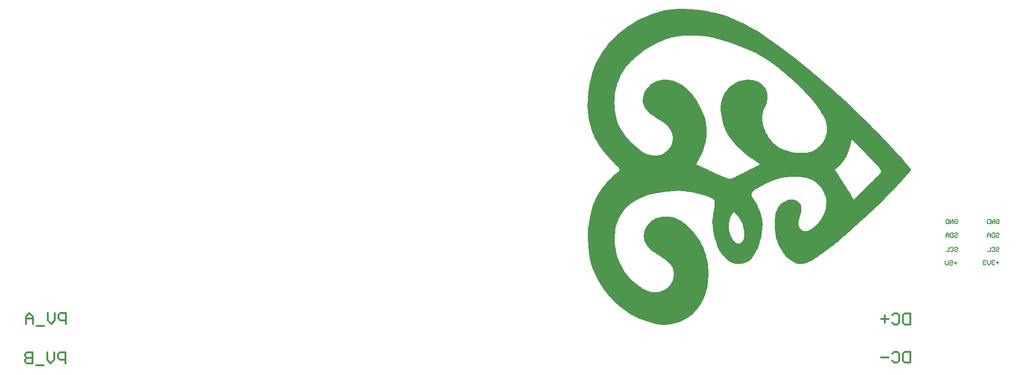
<source format=gbo>
G04*
G04 #@! TF.GenerationSoftware,Altium Limited,Altium Designer,18.1.7 (191)*
G04*
G04 Layer_Color=32896*
%FSLAX44Y44*%
%MOMM*%
G71*
G01*
G75*
%ADD17C,0.1800*%
%ADD76C,0.3000*%
G36*
X1734192Y853407D02*
X1747154Y852111D01*
X1759468Y850491D01*
X1764977Y849519D01*
X1770486Y848223D01*
X1775347Y847250D01*
X1779883Y846278D01*
X1783772Y845306D01*
X1787012Y844334D01*
X1789929Y843686D01*
X1791873Y843038D01*
X1793170Y842714D01*
X1793494D01*
X1804836Y838501D01*
X1815529Y833964D01*
X1825251Y829427D01*
X1829788Y827483D01*
X1834000Y825215D01*
X1837889Y823270D01*
X1841454Y821326D01*
X1844370Y819706D01*
X1846962Y818410D01*
X1848907Y817113D01*
X1850527Y816141D01*
X1851499Y815817D01*
X1851823Y815493D01*
X1861869Y809012D01*
X1871590Y802531D01*
X1880340Y796374D01*
X1888441Y790865D01*
X1892006Y788273D01*
X1895246Y786004D01*
X1897839Y784060D01*
X1900107Y782116D01*
X1902051Y780819D01*
X1903348Y779847D01*
X1904320Y779199D01*
X1904644Y778875D01*
X1924087Y763969D01*
X1933485Y756516D01*
X1942558Y749062D01*
X1951308Y741933D01*
X1959409Y734804D01*
X1967510Y728323D01*
X1974639Y722166D01*
X1981444Y716333D01*
X1987601Y711148D01*
X1992786Y706287D01*
X1997323Y702399D01*
X2000888Y699158D01*
X2003480Y696890D01*
X2005100Y695593D01*
X2005748Y694945D01*
X2023571Y678419D01*
X2040746Y661892D01*
X2048848Y654115D01*
X2056625Y646337D01*
X2063754Y639208D01*
X2070559Y632403D01*
X2077040Y626246D01*
X2082549Y620413D01*
X2087410Y615228D01*
X2091622Y611016D01*
X2094863Y607775D01*
X2097455Y605183D01*
X2098752Y603562D01*
X2099400Y602914D01*
X2106205Y595137D01*
X2109445Y591572D01*
X2112362Y588332D01*
X2114954Y585739D01*
X2116899Y583795D01*
X2118195Y582175D01*
X2118519Y581851D01*
X2125000Y574073D01*
X2127917Y570185D01*
X2130509Y566944D01*
X2132777Y564028D01*
X2134722Y562084D01*
X2136018Y560463D01*
X2136342Y560139D01*
X2135370Y558519D01*
X2134398Y557223D01*
X2134073Y556251D01*
X2133750Y555927D01*
X2133101Y554954D01*
X2132453Y553982D01*
X2131805Y553658D01*
X2131481Y553334D01*
X2121111Y541668D01*
X2110742Y530326D01*
X2101020Y519957D01*
X2096159Y515420D01*
X2091947Y510883D01*
X2088058Y506995D01*
X2084493Y503430D01*
X2081253Y500189D01*
X2078660Y497597D01*
X2076392Y495329D01*
X2074772Y493708D01*
X2073800Y492736D01*
X2073476Y492412D01*
X2062134Y481718D01*
X2050792Y471349D01*
X2040422Y461627D01*
X2035561Y457414D01*
X2031025Y453202D01*
X2026812Y449637D01*
X2022923Y446073D01*
X2019683Y443156D01*
X2016766Y440564D01*
X2014498Y438619D01*
X2012554Y437323D01*
X2011581Y436351D01*
X2011257Y436027D01*
X2006397Y431814D01*
X2001536Y427602D01*
X1996999Y424037D01*
X1993110Y420796D01*
X1989546Y418204D01*
X1986953Y415936D01*
X1985333Y414639D01*
X1984685Y414315D01*
X1979500Y410427D01*
X1974639Y406862D01*
X1969779Y403298D01*
X1965566Y400381D01*
X1962001Y398113D01*
X1959085Y396168D01*
X1957464Y394872D01*
X1956816Y394548D01*
X1951308Y391307D01*
X1946447Y389363D01*
X1941586Y388067D01*
X1937697Y387419D01*
X1934457Y387095D01*
X1931864Y387419D01*
X1930568Y387743D01*
X1929920D01*
X1925059Y389363D01*
X1920522Y391632D01*
X1916310Y394224D01*
X1912745Y397141D01*
X1909505Y399733D01*
X1907236Y402001D01*
X1905940Y403621D01*
X1905292Y404270D01*
X1901079Y410103D01*
X1897515Y415936D01*
X1894598Y421768D01*
X1892330Y426953D01*
X1891034Y431490D01*
X1889737Y434731D01*
X1889413Y436027D01*
Y436999D01*
X1889089Y437647D01*
Y437971D01*
X1888117Y444776D01*
X1887469Y451581D01*
Y463895D01*
X1887793Y469080D01*
Y471025D01*
X1888117Y472969D01*
Y474265D01*
X1888441Y475237D01*
Y476209D01*
X1889737Y482042D01*
X1890710Y484635D01*
X1891682Y486903D01*
X1892654Y488848D01*
X1893302Y490468D01*
X1893626Y491440D01*
X1893950Y491764D01*
X1895894Y494356D01*
X1898163Y496625D01*
X1900431Y498569D01*
X1902699Y499865D01*
X1904644Y501161D01*
X1906264Y501810D01*
X1907236Y502134D01*
X1907560Y502458D01*
X1911449Y504078D01*
X1915014Y505050D01*
X1916634D01*
X1917930Y505374D01*
X1918578D01*
X1918902D01*
X1921171Y505050D01*
X1923439Y504726D01*
X1927003Y503106D01*
X1928624Y502458D01*
X1929596Y501810D01*
X1930244Y501486D01*
X1930568Y501161D01*
X1932512Y499541D01*
X1933809Y497921D01*
X1934781Y496301D01*
X1935429Y495005D01*
X1935753Y493708D01*
X1936077Y492736D01*
Y483987D01*
X1935753Y482366D01*
Y481070D01*
X1935429Y480422D01*
Y480098D01*
X1934133Y477182D01*
X1933485Y474265D01*
X1932836Y471997D01*
X1932512Y471673D01*
Y471349D01*
X1931864Y467784D01*
X1931216Y464868D01*
Y459035D01*
X1931864Y456442D01*
X1932512Y454498D01*
X1933809Y452554D01*
X1934781Y451257D01*
X1935753Y450285D01*
X1936401Y449961D01*
X1936725Y449637D01*
X1938669Y448665D01*
X1940938Y448017D01*
X1943206D01*
X1945475D01*
X1947419Y448341D01*
X1949039Y448665D01*
X1950011Y448989D01*
X1950335D01*
X1955196Y451581D01*
X1959409Y454822D01*
X1963297Y458386D01*
X1966862Y462275D01*
X1969454Y465840D01*
X1971723Y468756D01*
X1973019Y470700D01*
X1973343Y471025D01*
Y471349D01*
X1976584Y477506D01*
X1978852Y483339D01*
X1980472Y488848D01*
X1981120Y493384D01*
X1981445Y497597D01*
Y503106D01*
X1980472Y509263D01*
X1978528Y514772D01*
X1976584Y519633D01*
X1974315Y523845D01*
X1972047Y527086D01*
X1970103Y529678D01*
X1968806Y530974D01*
X1968482Y531623D01*
X1963946Y535511D01*
X1959085Y538752D01*
X1954224Y541344D01*
X1949363Y542964D01*
X1945475Y544585D01*
X1942234Y545233D01*
X1940938Y545557D01*
X1939966Y545881D01*
X1939642D01*
X1939318D01*
X1930568Y546853D01*
X1922143D01*
X1914689Y546529D01*
X1907884Y545881D01*
X1904644Y545557D01*
X1902051Y544909D01*
X1899783Y544585D01*
X1897839Y544261D01*
X1896219Y543937D01*
X1894922Y543613D01*
X1894274Y543288D01*
X1893950D01*
X1885849Y540696D01*
X1878071Y537455D01*
X1870942Y534215D01*
X1864785Y530974D01*
X1859276Y528058D01*
X1857332Y526762D01*
X1855388Y525790D01*
X1853768Y524817D01*
X1852795Y524169D01*
X1852147Y523521D01*
X1851823D01*
X1849879Y521901D01*
X1848259Y520605D01*
X1846962Y518984D01*
X1845990Y518012D01*
X1845342Y516068D01*
X1845018Y515744D01*
Y515420D01*
X1845342Y513800D01*
X1845666Y512179D01*
X1846962Y508939D01*
X1847935Y507318D01*
X1848583Y506346D01*
X1848907Y505698D01*
X1849231Y505374D01*
X1851823Y501161D01*
X1854416Y497273D01*
X1858304Y489172D01*
X1861221Y481718D01*
X1863165Y474913D01*
X1864461Y469404D01*
X1864785Y466812D01*
X1865109Y464868D01*
Y463247D01*
X1865433Y461951D01*
Y460979D01*
X1865109Y452554D01*
X1864137Y444452D01*
X1862841Y436675D01*
X1860897Y429546D01*
X1859924Y426305D01*
X1859276Y423713D01*
X1858304Y421120D01*
X1857656Y418852D01*
X1857008Y417232D01*
X1856360Y415936D01*
X1856036Y415287D01*
Y414963D01*
X1854092Y411075D01*
X1851823Y407510D01*
X1849879Y403946D01*
X1847610Y401029D01*
X1845990Y398761D01*
X1844370Y396816D01*
X1843398Y395520D01*
X1843074Y395196D01*
X1839833Y392604D01*
X1836593Y390659D01*
X1833028Y389039D01*
X1829464Y388067D01*
X1826223Y387419D01*
X1823631Y387095D01*
X1822010D01*
X1821362D01*
X1816825Y387419D01*
X1812937Y388391D01*
X1809372Y389363D01*
X1806456Y390659D01*
X1804187Y392280D01*
X1802243Y393252D01*
X1801271Y394224D01*
X1800947Y394548D01*
X1795114Y401029D01*
X1792522Y403946D01*
X1790577Y406538D01*
X1788633Y408806D01*
X1787337Y410751D01*
X1786364Y412047D01*
X1786040Y412371D01*
X1785716Y413667D01*
X1785392Y413991D01*
Y414315D01*
X1785068Y415287D01*
X1784744Y415611D01*
X1781828Y422093D01*
X1779883Y428574D01*
X1777939Y434731D01*
X1776643Y439916D01*
X1775671Y444452D01*
X1775023Y448017D01*
Y449313D01*
X1774698Y450285D01*
Y450933D01*
X1774050Y457738D01*
X1773726Y464219D01*
X1774050Y470377D01*
X1774698Y475885D01*
X1775347Y480746D01*
X1775671Y482691D01*
X1775995Y484311D01*
X1776319Y485607D01*
Y486579D01*
X1776643Y487227D01*
Y487551D01*
X1777291Y492088D01*
X1777939Y495653D01*
Y500513D01*
X1777615Y502134D01*
Y503106D01*
X1777291Y503430D01*
Y503754D01*
X1775995Y505050D01*
X1774050Y506670D01*
X1771782Y507967D01*
X1769190Y509263D01*
X1766597Y510235D01*
X1764329Y511207D01*
X1763033Y511531D01*
X1762384Y511855D01*
X1752663Y514772D01*
X1743265Y517040D01*
X1734840Y518660D01*
X1726739Y519632D01*
X1723498Y520281D01*
X1720258D01*
X1717665Y520605D01*
X1715397Y520929D01*
X1713452D01*
X1712156D01*
X1711184D01*
X1710860D01*
X1701138Y520605D01*
X1691417Y519957D01*
X1682667Y518660D01*
X1674890Y517364D01*
X1671326Y517040D01*
X1668085Y516392D01*
X1665493Y515744D01*
X1663224Y515096D01*
X1661280Y514772D01*
X1659984Y514448D01*
X1659012Y514124D01*
X1658687D01*
X1652206Y512179D01*
X1646049Y509587D01*
X1640540Y506995D01*
X1635680Y504402D01*
X1631467Y502134D01*
X1628551Y500189D01*
X1626606Y498893D01*
X1625958Y498569D01*
X1620773Y494356D01*
X1616237Y489820D01*
X1612348Y485283D01*
X1609107Y480746D01*
X1606515Y476857D01*
X1604571Y473617D01*
X1603922Y472321D01*
X1603274Y471349D01*
X1602950Y471025D01*
Y470700D01*
X1600358Y464219D01*
X1598414Y457414D01*
X1596793Y450933D01*
X1596145Y444128D01*
X1595497Y437971D01*
Y431490D01*
X1595821Y425657D01*
X1596469Y419824D01*
X1597441Y414639D01*
X1598089Y409779D01*
X1599062Y405566D01*
X1600034Y402001D01*
X1601006Y399085D01*
X1601654Y397140D01*
X1601978Y395520D01*
X1602302Y395196D01*
X1605543Y387743D01*
X1608783Y381262D01*
X1612672Y375105D01*
X1616885Y369272D01*
X1621097Y364087D01*
X1625310Y359550D01*
X1629523Y355662D01*
X1633411Y352097D01*
X1637624Y348857D01*
X1641189Y346264D01*
X1644429Y343996D01*
X1647346Y342051D01*
X1649938Y340755D01*
X1651558Y339783D01*
X1652854Y339459D01*
X1653179Y339135D01*
X1658363Y337191D01*
X1663224Y336218D01*
X1667761Y335894D01*
X1671650D01*
X1675214Y336218D01*
X1677483Y336543D01*
X1679103Y336866D01*
X1679751Y337191D01*
X1684288Y338811D01*
X1688176Y341079D01*
X1691417Y343672D01*
X1694333Y346264D01*
X1696278Y348532D01*
X1697898Y350801D01*
X1698870Y352097D01*
X1699194Y352745D01*
X1701138Y357282D01*
X1702111Y361495D01*
X1702759Y365707D01*
X1703083Y369272D01*
X1702759Y372512D01*
X1702435Y374781D01*
X1702111Y376401D01*
Y377049D01*
X1700166Y381586D01*
X1697574Y385475D01*
X1694657Y389039D01*
X1691741Y391956D01*
X1688824Y394224D01*
X1686556Y395844D01*
X1684936Y397140D01*
X1684288Y397464D01*
X1680075Y400057D01*
X1676510Y402325D01*
X1675214Y403297D01*
X1673918Y404270D01*
X1673270Y404594D01*
X1672946Y404918D01*
X1669057Y407510D01*
X1665817Y409779D01*
X1664520Y410751D01*
X1663548Y411723D01*
X1662900Y412047D01*
X1662576Y412371D01*
X1659660Y414963D01*
X1657391Y417556D01*
X1655123Y420148D01*
X1653503Y422741D01*
X1652206Y424685D01*
X1651234Y426305D01*
X1650910Y427601D01*
X1650586Y427925D01*
X1649290Y431166D01*
X1648642Y434731D01*
X1648318Y437971D01*
X1648642Y441212D01*
Y443804D01*
X1649290Y445748D01*
X1649614Y447045D01*
Y447693D01*
X1651234Y451581D01*
X1653179Y455146D01*
X1655447Y458386D01*
X1657391Y460979D01*
X1659012Y462923D01*
X1660632Y464543D01*
X1661604Y465516D01*
X1661928Y465840D01*
X1665493Y468108D01*
X1669057Y470052D01*
X1672622Y471349D01*
X1676186Y472321D01*
X1679103Y473293D01*
X1681371Y473617D01*
X1682991Y473941D01*
X1683640D01*
X1687852Y474265D01*
X1692065Y473941D01*
X1695954Y473617D01*
X1699194Y472969D01*
X1702111Y472645D01*
X1704055Y471997D01*
X1705351Y471349D01*
X1705999D01*
X1709888Y469728D01*
X1713452Y468108D01*
X1716693Y466164D01*
X1719285Y464219D01*
X1721878Y462275D01*
X1723498Y460979D01*
X1724794Y460007D01*
X1725118Y459683D01*
X1729979Y455146D01*
X1734516Y450933D01*
X1738405Y446396D01*
X1741969Y441860D01*
X1745210Y437323D01*
X1748450Y432786D01*
X1751043Y428574D01*
X1753311Y424685D01*
X1755255Y420796D01*
X1756876Y417556D01*
X1758172Y414315D01*
X1759144Y411723D01*
X1760116Y409779D01*
X1760764Y408158D01*
X1761088Y407186D01*
Y406862D01*
X1762709Y401353D01*
X1764005Y395844D01*
X1765625Y384826D01*
X1766273Y374133D01*
Y364411D01*
X1765949Y359874D01*
X1765625Y355986D01*
X1765301Y352421D01*
X1764977Y349505D01*
Y346912D01*
X1764653Y345292D01*
X1764329Y343996D01*
Y343672D01*
X1762709Y336866D01*
X1760764Y330709D01*
X1758172Y324877D01*
X1755579Y319692D01*
X1752663Y314507D01*
X1749422Y309970D01*
X1746182Y305757D01*
X1743265Y302193D01*
X1740349Y298952D01*
X1737432Y296036D01*
X1734840Y293768D01*
X1732248Y291823D01*
X1730303Y290203D01*
X1729007Y289231D01*
X1728035Y288583D01*
X1727711Y288259D01*
X1720258Y284046D01*
X1712804Y281129D01*
X1705999Y278861D01*
X1699518Y277565D01*
X1694009Y276593D01*
X1691741Y276269D01*
X1689797D01*
X1688500Y275944D01*
X1687204D01*
X1686556D01*
X1686232D01*
X1682343D01*
X1678131Y276593D01*
X1674566Y276917D01*
X1671001Y277565D01*
X1668085Y278213D01*
X1665817Y278861D01*
X1664520Y279185D01*
X1663872Y279509D01*
X1655123Y282101D01*
X1646698Y285018D01*
X1639244Y287934D01*
X1632763Y291175D01*
X1629847Y292471D01*
X1627254Y293768D01*
X1624986Y295064D01*
X1623366Y296036D01*
X1621745Y297008D01*
X1620773Y297656D01*
X1620125Y298304D01*
X1619801D01*
X1612348Y303489D01*
X1605543Y308674D01*
X1599710Y314183D01*
X1594201Y319044D01*
X1589988Y323580D01*
X1586748Y327145D01*
X1585452Y328441D01*
X1584479Y329413D01*
X1584155Y330061D01*
X1583831Y330386D01*
X1576054Y340107D01*
X1569573Y349829D01*
X1564064Y359226D01*
X1559851Y367976D01*
X1558231Y371864D01*
X1556611Y375429D01*
X1555314Y378669D01*
X1554342Y381262D01*
X1553694Y383530D01*
X1553046Y385150D01*
X1552722Y386123D01*
Y386447D01*
X1550130Y397789D01*
X1548185Y409130D01*
X1547213Y420148D01*
X1546889Y425009D01*
X1546565Y429870D01*
Y434082D01*
X1546241Y437971D01*
Y444452D01*
X1546565Y447045D01*
Y450285D01*
X1547861Y460331D01*
X1549482Y469728D01*
X1551102Y478478D01*
X1553370Y485931D01*
X1554342Y489171D01*
X1554991Y492088D01*
X1555963Y494680D01*
X1556611Y496949D01*
X1557259Y498893D01*
X1557907Y500189D01*
X1558231Y500838D01*
Y501161D01*
X1562444Y509911D01*
X1567305Y518336D01*
X1572165Y525466D01*
X1577350Y531947D01*
X1579619Y534863D01*
X1581563Y537131D01*
X1583507Y539400D01*
X1585452Y541344D01*
X1586748Y542640D01*
X1587720Y543613D01*
X1588368Y544261D01*
X1588692Y544585D01*
X1591608Y547501D01*
X1594201Y549770D01*
X1596145Y551390D01*
X1596469Y551714D01*
X1596793Y552038D01*
X1599710Y554306D01*
X1601978Y556575D01*
X1603598Y558195D01*
X1604247Y558519D01*
Y558843D01*
X1603598Y560463D01*
X1602950Y561759D01*
Y562732D01*
X1602302Y563704D01*
X1601978Y564352D01*
X1601654Y565000D01*
X1600034Y566296D01*
X1598414Y567592D01*
X1597117Y568565D01*
X1596793Y568889D01*
X1595173Y570833D01*
X1593877Y572453D01*
X1592581Y573425D01*
X1592257Y573749D01*
X1584479Y581851D01*
X1577674Y589952D01*
X1571841Y597405D01*
X1566980Y604534D01*
X1565036Y607775D01*
X1563416Y610691D01*
X1561796Y613284D01*
X1560499Y615552D01*
X1559527Y617173D01*
X1558879Y618793D01*
X1558231Y619441D01*
Y619765D01*
X1554018Y629487D01*
X1551102Y639208D01*
X1548833Y648606D01*
X1547537Y657031D01*
X1546889Y660920D01*
X1546565Y664484D01*
X1546241Y667725D01*
Y670317D01*
X1545917Y672586D01*
Y675502D01*
X1546241Y688788D01*
X1547213Y701750D01*
X1548185Y707583D01*
X1549158Y713092D01*
X1550130Y718601D01*
X1551102Y723462D01*
X1552074Y727999D01*
X1553370Y731887D01*
X1554342Y735452D01*
X1554990Y738368D01*
X1555963Y740637D01*
X1556287Y742581D01*
X1556935Y743553D01*
Y743877D01*
X1559203Y749710D01*
X1561472Y755543D01*
X1567305Y766237D01*
X1573461Y776283D01*
X1576702Y780495D01*
X1579942Y784708D01*
X1582859Y788597D01*
X1585775Y791837D01*
X1588044Y794754D01*
X1590312Y797346D01*
X1592257Y799290D01*
X1593553Y800587D01*
X1594525Y801559D01*
X1594849Y801883D01*
X1602950Y809336D01*
X1611376Y815817D01*
X1619477Y821974D01*
X1627902Y827159D01*
X1635680Y831696D01*
X1643457Y835909D01*
X1650910Y839149D01*
X1658039Y842066D01*
X1664520Y844658D01*
X1670353Y846602D01*
X1675538Y848223D01*
X1680075Y849519D01*
X1683640Y850491D01*
X1686232Y851139D01*
X1687852Y851463D01*
X1688500D01*
X1694657Y852435D01*
X1700490Y853083D01*
X1705999Y853407D01*
X1710860Y853731D01*
X1715073Y854055D01*
X1717989D01*
X1719285D01*
X1720258D01*
X1720582D01*
X1720906D01*
X1734192Y853407D01*
D02*
G37*
%LPC*%
G36*
X1741969Y805123D02*
X1737756D01*
X1733868D01*
X1730627D01*
X1727711D01*
X1725118D01*
X1722850D01*
X1721554Y804799D01*
X1720582D01*
X1720258D01*
X1709888Y803503D01*
X1699842Y801235D01*
X1690445Y798642D01*
X1686232Y797022D01*
X1682343Y795726D01*
X1678779Y794106D01*
X1675862Y792809D01*
X1672946Y791513D01*
X1670677Y790541D01*
X1668733Y789569D01*
X1667437Y788921D01*
X1666465Y788273D01*
X1666141D01*
X1657067Y783088D01*
X1648966Y777579D01*
X1641837Y772070D01*
X1635356Y767209D01*
X1630495Y762672D01*
X1628226Y760728D01*
X1626606Y759432D01*
X1625310Y758136D01*
X1624338Y756840D01*
X1623690Y756515D01*
X1623366Y756191D01*
X1616885Y748738D01*
X1611376Y740637D01*
X1606839Y732859D01*
X1603598Y725406D01*
X1602302Y722166D01*
X1601006Y718925D01*
X1600034Y716333D01*
X1599386Y713740D01*
X1598738Y711796D01*
X1598414Y710500D01*
X1598089Y709528D01*
Y709204D01*
X1596469Y702075D01*
X1595497Y694945D01*
X1595173Y688464D01*
X1594849Y681983D01*
X1595173Y675826D01*
X1595497Y670317D01*
X1596145Y665132D01*
X1597117Y660272D01*
X1598089Y656059D01*
X1599062Y652170D01*
X1600034Y648930D01*
X1601006Y646013D01*
X1601654Y643745D01*
X1602302Y642125D01*
X1602626Y641152D01*
X1602950Y640828D01*
X1605867Y635320D01*
X1608783Y630459D01*
X1615912Y620737D01*
X1623042Y612636D01*
X1626930Y608747D01*
X1630171Y605507D01*
X1633735Y602266D01*
X1636976Y599674D01*
X1639568Y597405D01*
X1642161Y595461D01*
X1644105Y593841D01*
X1645725Y592869D01*
X1646698Y592220D01*
X1647021Y591896D01*
X1652206Y588980D01*
X1657715Y587036D01*
X1662576Y586063D01*
X1666789Y585415D01*
X1670677D01*
X1673594Y585739D01*
X1675538Y586063D01*
X1675862D01*
X1676186D01*
X1681047Y587684D01*
X1685584Y589952D01*
X1689473Y592869D01*
X1692389Y595785D01*
X1694657Y598377D01*
X1696602Y600646D01*
X1697574Y602266D01*
X1697898Y602914D01*
X1699518Y606803D01*
X1700490Y611016D01*
X1701138Y614580D01*
Y621061D01*
X1700814Y623330D01*
X1700490Y624626D01*
Y625274D01*
X1699194Y629162D01*
X1697250Y632727D01*
X1694981Y635968D01*
X1692713Y638884D01*
X1690769Y641152D01*
X1688824Y642773D01*
X1687528Y644069D01*
X1687204Y644393D01*
X1682667Y647309D01*
X1678455Y649902D01*
X1676834Y650874D01*
X1675538Y651846D01*
X1674566Y652170D01*
X1674242Y652494D01*
X1669705Y655411D01*
X1665817Y658327D01*
X1664196Y659623D01*
X1662900Y660272D01*
X1662252Y660920D01*
X1661928Y661244D01*
X1659012Y663512D01*
X1656419Y666105D01*
X1654151Y668697D01*
X1652531Y670965D01*
X1650910Y672910D01*
X1649938Y674530D01*
X1649290Y675826D01*
X1648966Y676150D01*
X1647670Y679391D01*
X1646698Y682631D01*
Y688464D01*
X1647021Y691057D01*
X1647346Y693001D01*
X1647670Y694621D01*
Y694945D01*
X1649290Y699158D01*
X1650910Y703047D01*
X1652854Y706287D01*
X1654799Y709204D01*
X1656419Y711148D01*
X1658039Y712768D01*
X1659012Y713740D01*
X1659336Y714064D01*
X1662576Y716657D01*
X1665817Y718601D01*
X1669381Y720221D01*
X1672622Y721518D01*
X1675538Y722490D01*
X1677807Y723138D01*
X1679103Y723462D01*
X1679751D01*
X1683640Y724110D01*
X1687528Y724434D01*
X1691093Y724110D01*
X1694009D01*
X1696602Y723462D01*
X1698870Y723138D01*
X1700166Y722814D01*
X1700490D01*
X1704055Y721842D01*
X1707619Y720221D01*
X1710536Y718925D01*
X1713452Y717305D01*
X1715721Y716009D01*
X1717341Y715037D01*
X1718637Y714389D01*
X1718961Y714064D01*
X1724146Y710176D01*
X1729007Y705963D01*
X1733220Y701426D01*
X1737432Y696566D01*
X1740997Y691705D01*
X1744238Y686844D01*
X1747154Y681983D01*
X1749746Y677446D01*
X1752339Y672910D01*
X1754283Y669021D01*
X1755903Y665132D01*
X1757200Y662216D01*
X1758172Y659299D01*
X1758820Y657355D01*
X1759468Y656059D01*
Y655735D01*
X1761412Y648606D01*
X1762708Y641477D01*
X1763357Y634671D01*
Y627866D01*
X1763033Y621385D01*
X1762060Y615552D01*
X1761088Y609719D01*
X1759792Y604210D01*
X1758172Y599350D01*
X1756876Y595137D01*
X1755255Y591248D01*
X1753959Y588008D01*
X1752663Y585415D01*
X1751691Y583471D01*
X1751043Y582175D01*
X1750719Y581851D01*
X1749422Y579582D01*
X1748450Y577638D01*
X1747802Y576342D01*
X1747478Y575694D01*
X1746506Y573749D01*
X1745210Y571481D01*
X1744238Y570185D01*
X1743914Y569537D01*
X1749422Y566944D01*
X1754607Y564676D01*
X1759144Y562408D01*
X1763357Y560787D01*
X1766921Y559167D01*
X1769514Y557871D01*
X1771134Y557223D01*
X1771782Y556899D01*
X1781828Y552038D01*
X1786364Y550093D01*
X1790577Y548149D01*
X1793818Y546529D01*
X1796734Y545557D01*
X1798354Y544909D01*
X1799003Y544585D01*
X1800623Y543937D01*
X1802567Y543288D01*
X1803863D01*
X1804187D01*
X1804511D01*
X1806456Y542964D01*
X1807752Y543288D01*
X1808724Y543613D01*
X1809048Y543937D01*
X1813909Y546205D01*
X1818446Y548473D01*
X1822658Y550418D01*
X1826547Y552362D01*
X1829788Y553658D01*
X1832056Y554954D01*
X1833676Y555602D01*
X1834324Y555927D01*
X1843722Y560787D01*
X1848259Y563056D01*
X1852147Y565324D01*
X1855712Y566944D01*
X1858304Y568241D01*
X1859924Y569213D01*
X1860573Y569537D01*
X1857332Y572453D01*
X1854091Y574398D01*
X1852795Y575370D01*
X1852147Y576018D01*
X1851499Y576342D01*
X1851175D01*
X1847610Y578934D01*
X1844694Y580879D01*
X1843398Y581527D01*
X1842426Y582175D01*
X1842102Y582499D01*
X1841777D01*
X1834972Y587684D01*
X1828815Y592869D01*
X1823631Y598053D01*
X1818770Y602914D01*
X1814881Y606803D01*
X1811965Y610043D01*
X1810992Y611340D01*
X1810344Y612312D01*
X1809696Y612636D01*
Y612960D01*
X1804836Y619765D01*
X1800623Y626570D01*
X1797382Y633051D01*
X1794790Y639532D01*
X1793170Y645041D01*
X1792521Y647309D01*
X1791873Y649254D01*
X1791549Y650874D01*
X1791225Y652170D01*
X1790901Y652818D01*
Y653142D01*
X1789929Y658327D01*
X1789281Y663512D01*
X1788957Y668373D01*
Y675826D01*
X1789281Y678743D01*
X1789605Y680363D01*
Y681011D01*
X1790577Y685872D01*
X1791873Y690733D01*
X1793818Y694945D01*
X1795762Y698834D01*
X1797706Y702075D01*
X1799327Y704343D01*
X1800623Y705963D01*
X1800947Y706611D01*
X1804511Y710500D01*
X1808400Y713416D01*
X1811965Y716009D01*
X1815205Y718277D01*
X1818122Y719573D01*
X1820714Y720870D01*
X1822010Y721194D01*
X1822658Y721518D01*
X1827195Y722814D01*
X1831732Y723462D01*
X1835945Y724110D01*
X1839833D01*
X1843398Y723786D01*
X1846314D01*
X1847935Y723462D01*
X1848259D01*
X1848583D01*
X1853768Y722166D01*
X1858304Y719897D01*
X1861869Y717629D01*
X1865109Y715037D01*
X1867378Y712444D01*
X1868998Y710500D01*
X1869970Y709204D01*
X1870294Y708556D01*
X1872563Y704019D01*
X1873859Y699482D01*
X1874507Y694945D01*
Y691057D01*
X1874183Y687492D01*
X1873535Y684576D01*
X1873211Y682955D01*
X1872887Y682307D01*
X1872238Y680363D01*
X1871915Y678743D01*
X1871590Y677770D01*
Y677447D01*
X1870618Y676150D01*
X1869970Y674854D01*
X1869646Y673882D01*
Y673558D01*
X1867702Y669993D01*
X1866406Y666105D01*
X1865433Y662540D01*
X1865109Y658975D01*
X1864785Y651846D01*
X1865433Y645365D01*
X1866730Y639856D01*
X1867378Y637264D01*
X1868026Y635320D01*
X1868674Y633699D01*
X1869322Y632403D01*
X1869646Y631755D01*
Y631431D01*
X1871590Y627218D01*
X1873859Y623330D01*
X1875803Y619765D01*
X1878071Y616525D01*
X1882608Y611016D01*
X1887145Y606479D01*
X1891034Y603238D01*
X1894274Y600970D01*
X1895570Y600322D01*
X1896543Y599674D01*
X1896867Y599350D01*
X1897191D01*
X1905292Y596109D01*
X1908857Y595137D01*
X1912097Y593841D01*
X1915013Y593193D01*
X1916958Y592545D01*
X1918254Y591896D01*
X1918902D01*
X1927003Y590924D01*
X1930892Y590600D01*
X1934133D01*
X1937049D01*
X1939317D01*
X1940614D01*
X1941262D01*
X1945475Y590924D01*
X1949687Y591896D01*
X1956816Y594489D01*
X1962973Y597729D01*
X1967834Y601618D01*
X1971723Y605183D01*
X1974315Y608423D01*
X1975287Y609719D01*
X1975936Y610691D01*
X1976584Y611340D01*
Y611664D01*
X1978528Y615228D01*
X1980148Y618793D01*
X1981120Y622682D01*
X1982093Y626246D01*
X1982741Y633051D01*
X1982417Y639208D01*
X1981768Y644717D01*
X1981120Y646985D01*
X1980796Y648930D01*
X1980148Y650226D01*
X1979824Y651522D01*
X1979500Y652170D01*
Y652494D01*
X1976584Y657355D01*
X1973991Y661892D01*
X1972695Y663512D01*
X1971723Y664808D01*
X1971399Y665781D01*
X1971075Y666105D01*
X1968158Y671290D01*
X1966538Y673558D01*
X1965242Y675502D01*
X1963946Y677122D01*
X1962973Y678419D01*
X1962649Y679067D01*
X1962325Y679391D01*
X1955196Y687816D01*
X1948391Y695918D01*
X1940938Y703371D01*
X1933809Y710824D01*
X1927003Y717629D01*
X1920198Y724110D01*
X1913393Y729943D01*
X1907236Y735128D01*
X1901403Y739989D01*
X1896219Y744526D01*
X1891358Y748090D01*
X1887469Y751006D01*
X1884229Y753599D01*
X1881636Y755219D01*
X1880340Y756516D01*
X1879692Y756840D01*
X1870942Y762348D01*
X1862193Y767533D01*
X1853443Y772394D01*
X1844370Y776607D01*
X1835621Y780495D01*
X1827195Y784060D01*
X1818770Y787300D01*
X1810992Y790217D01*
X1803863Y792809D01*
X1797382Y794754D01*
X1791549Y796698D01*
X1786364Y797994D01*
X1782152Y799290D01*
X1779235Y799939D01*
X1777291Y800263D01*
X1776643Y800587D01*
X1765949Y802855D01*
X1755903Y804151D01*
X1746182Y804799D01*
X1741969Y805123D01*
D02*
G37*
G36*
X2028108Y615228D02*
X2026812Y608099D01*
X2025192Y601618D01*
X2023247Y596109D01*
X2021627Y591572D01*
X2020007Y587684D01*
X2018711Y584767D01*
X2017738Y583147D01*
X2017414Y582499D01*
X2014498Y577962D01*
X2010933Y573425D01*
X2007693Y569861D01*
X2004452Y566296D01*
X2001536Y563704D01*
X1999267Y561759D01*
X1997647Y560463D01*
X1996999Y560139D01*
X2003480Y550094D01*
X2006397Y545557D01*
X2008989Y541344D01*
X2011257Y537780D01*
X2012878Y535187D01*
X2014174Y533567D01*
X2014498Y532919D01*
X2020655Y522873D01*
X2023571Y518336D01*
X2026164Y514124D01*
X2028432Y510559D01*
X2030052Y507643D01*
X2031349Y506022D01*
X2031673Y505374D01*
X2040098Y513476D01*
X2043987Y517364D01*
X2047551Y520929D01*
X2050468Y523845D01*
X2052736Y526438D01*
X2054032Y527734D01*
X2054680Y528382D01*
X2063754Y536807D01*
X2067643Y540696D01*
X2071531Y544585D01*
X2074448Y547501D01*
X2077040Y549770D01*
X2078336Y551390D01*
X2078985Y552038D01*
X2079957Y553334D01*
X2080929Y554306D01*
X2081253Y555602D01*
Y558195D01*
X2080929Y558519D01*
Y558843D01*
X2079633Y561111D01*
X2078336Y563056D01*
X2077364Y564352D01*
X2077040Y565000D01*
X2068939Y573425D01*
X2065050Y577314D01*
X2061486Y581203D01*
X2058245Y584119D01*
X2055977Y586387D01*
X2054680Y588008D01*
X2054032Y588656D01*
X2044959Y598053D01*
X2040746Y602590D01*
X2036534Y606479D01*
X2033293Y610043D01*
X2030376Y612636D01*
X2028756Y614580D01*
X2028108Y614904D01*
Y615228D01*
D02*
G37*
G36*
X1812613Y482691D02*
X1809372Y478478D01*
X1807104Y473941D01*
X1805484Y469404D01*
X1804511Y464868D01*
X1804187Y460979D01*
X1803863Y458062D01*
Y455146D01*
X1804187Y448989D01*
X1805484Y443804D01*
X1807104Y439267D01*
X1808724Y435379D01*
X1810668Y432462D01*
X1812289Y430194D01*
X1813585Y428898D01*
X1813909Y428574D01*
X1815853Y426953D01*
X1817474Y425657D01*
X1819094Y425009D01*
X1820390D01*
X1821686D01*
X1822658D01*
X1822982Y425333D01*
X1823306D01*
X1824927Y425981D01*
X1826547Y427277D01*
X1828815Y429870D01*
X1829788Y431166D01*
X1830112Y432462D01*
X1830760Y433110D01*
Y433434D01*
X1831732Y437647D01*
X1832056Y442184D01*
X1831732Y446396D01*
X1831084Y450609D01*
X1830436Y453850D01*
X1829464Y456766D01*
X1829140Y458386D01*
X1828815Y458711D01*
Y459035D01*
X1826547Y464219D01*
X1823955Y469080D01*
X1821362Y472969D01*
X1818770Y476534D01*
X1816177Y479126D01*
X1814233Y481070D01*
X1812937Y482366D01*
X1812613Y482691D01*
D02*
G37*
%LPD*%
D17*
X2291668Y467664D02*
X2293001Y468997D01*
X2295667D01*
X2297000Y467664D01*
Y462333D01*
X2295667Y461000D01*
X2293001D01*
X2291668Y462333D01*
Y464999D01*
X2294334D01*
X2289003Y461000D02*
Y468997D01*
X2283671Y461000D01*
Y468997D01*
X2281005D02*
Y461000D01*
X2277006D01*
X2275674Y462333D01*
Y467664D01*
X2277006Y468997D01*
X2281005D01*
X2291668Y442664D02*
X2293001Y443997D01*
X2295667D01*
X2297000Y442664D01*
Y441332D01*
X2295667Y439999D01*
X2293001D01*
X2291668Y438666D01*
Y437333D01*
X2293001Y436000D01*
X2295667D01*
X2297000Y437333D01*
X2289003Y443997D02*
Y436000D01*
X2285004D01*
X2283671Y437333D01*
Y442664D01*
X2285004Y443997D01*
X2289003D01*
X2281005Y436000D02*
Y441332D01*
X2278339Y443997D01*
X2275674Y441332D01*
Y436000D01*
Y439999D01*
X2281005D01*
X2291668Y416665D02*
X2293001Y417997D01*
X2295667D01*
X2297000Y416665D01*
Y415332D01*
X2295667Y413999D01*
X2293001D01*
X2291668Y412666D01*
Y411333D01*
X2293001Y410000D01*
X2295667D01*
X2297000Y411333D01*
X2283671Y416665D02*
X2285004Y417997D01*
X2287670D01*
X2289003Y416665D01*
Y411333D01*
X2287670Y410000D01*
X2285004D01*
X2283671Y411333D01*
X2281005Y417997D02*
Y410000D01*
X2275674D01*
X2297000Y389999D02*
X2291668D01*
X2294334Y392664D02*
Y387333D01*
X2289003Y392664D02*
X2287670Y393997D01*
X2285004D01*
X2283671Y392664D01*
Y391332D01*
X2285004Y389999D01*
X2286337D01*
X2285004D01*
X2283671Y388666D01*
Y387333D01*
X2285004Y386000D01*
X2287670D01*
X2289003Y387333D01*
X2281005Y393997D02*
Y388666D01*
X2278339Y386000D01*
X2275674Y388666D01*
Y393997D01*
X2273008Y392664D02*
X2271675Y393997D01*
X2269009D01*
X2267676Y392664D01*
Y391332D01*
X2269009Y389999D01*
X2270342D01*
X2269009D01*
X2267676Y388666D01*
Y387333D01*
X2269009Y386000D01*
X2271675D01*
X2273008Y387333D01*
X2215668Y467664D02*
X2217001Y468997D01*
X2219667D01*
X2221000Y467664D01*
Y462333D01*
X2219667Y461000D01*
X2217001D01*
X2215668Y462333D01*
Y464999D01*
X2218334D01*
X2213003Y461000D02*
Y468997D01*
X2207671Y461000D01*
Y468997D01*
X2205005D02*
Y461000D01*
X2201006D01*
X2199674Y462333D01*
Y467664D01*
X2201006Y468997D01*
X2205005D01*
X2215668Y442664D02*
X2217001Y443997D01*
X2219667D01*
X2221000Y442664D01*
Y441332D01*
X2219667Y439999D01*
X2217001D01*
X2215668Y438666D01*
Y437333D01*
X2217001Y436000D01*
X2219667D01*
X2221000Y437333D01*
X2213003Y443997D02*
Y436000D01*
X2209004D01*
X2207671Y437333D01*
Y442664D01*
X2209004Y443997D01*
X2213003D01*
X2205005Y436000D02*
Y441332D01*
X2202339Y443997D01*
X2199674Y441332D01*
Y436000D01*
Y439999D01*
X2205005D01*
X2215668Y416665D02*
X2217001Y417997D01*
X2219667D01*
X2221000Y416665D01*
Y415332D01*
X2219667Y413999D01*
X2217001D01*
X2215668Y412666D01*
Y411333D01*
X2217001Y410000D01*
X2219667D01*
X2221000Y411333D01*
X2207671Y416665D02*
X2209004Y417997D01*
X2211670D01*
X2213003Y416665D01*
Y411333D01*
X2211670Y410000D01*
X2209004D01*
X2207671Y411333D01*
X2205005Y417997D02*
Y410000D01*
X2199674D01*
X2220000Y388999D02*
X2214668D01*
X2217334Y391665D02*
Y386333D01*
X2206671Y392997D02*
X2212003D01*
Y388999D01*
X2209337Y390332D01*
X2208004D01*
X2206671Y388999D01*
Y386333D01*
X2208004Y385000D01*
X2210670D01*
X2212003Y386333D01*
X2204005Y392997D02*
Y387666D01*
X2201339Y385000D01*
X2198674Y387666D01*
Y392997D01*
D76*
X594013Y277465D02*
Y297458D01*
X584016D01*
X580684Y294126D01*
Y287461D01*
X584016Y284129D01*
X594013D01*
X574019Y297458D02*
Y284129D01*
X567355Y277465D01*
X560690Y284129D01*
Y297458D01*
X554026Y274132D02*
X540697D01*
X534032Y277465D02*
Y290793D01*
X527368Y297458D01*
X520703Y290793D01*
Y277465D01*
Y287461D01*
X534032D01*
X2134871Y226792D02*
Y206798D01*
X2124874D01*
X2121542Y210131D01*
Y223460D01*
X2124874Y226792D01*
X2134871D01*
X2101548Y223460D02*
X2104881Y226792D01*
X2111545D01*
X2114877Y223460D01*
Y210131D01*
X2111545Y206798D01*
X2104881D01*
X2101548Y210131D01*
X2094884Y216795D02*
X2081555D01*
X593013Y205464D02*
Y225458D01*
X583016D01*
X579684Y222126D01*
Y215461D01*
X583016Y212129D01*
X593013D01*
X573019Y225458D02*
Y212129D01*
X566355Y205464D01*
X559690Y212129D01*
Y225458D01*
X553026Y202132D02*
X539697D01*
X533032Y225458D02*
Y205464D01*
X523035D01*
X519703Y208797D01*
Y212129D01*
X523035Y215461D01*
X533032D01*
X523035D01*
X519703Y218794D01*
Y222126D01*
X523035Y225458D01*
X533032D01*
X2134871Y296792D02*
Y276798D01*
X2124874D01*
X2121542Y280131D01*
Y293460D01*
X2124874Y296792D01*
X2134871D01*
X2101548Y293460D02*
X2104881Y296792D01*
X2111545D01*
X2114877Y293460D01*
Y280131D01*
X2111545Y276798D01*
X2104881D01*
X2101548Y280131D01*
X2094884Y286795D02*
X2081555D01*
X2088219Y293460D02*
Y280131D01*
M02*

</source>
